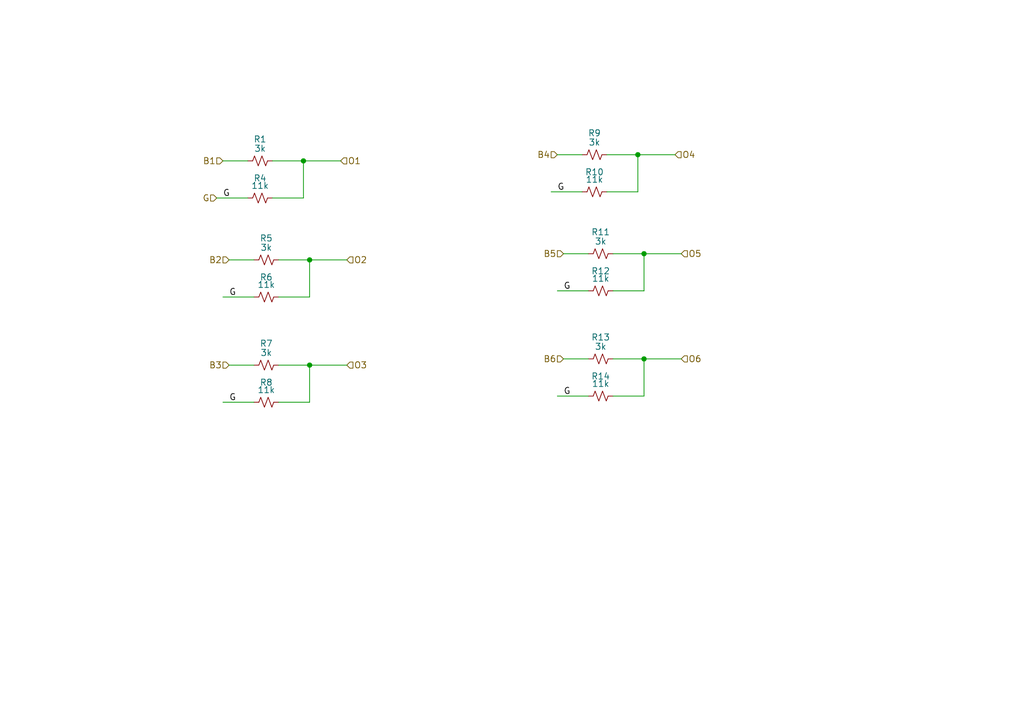
<source format=kicad_sch>
(kicad_sch (version 20231120) (generator "eeschema") (generator_version "8.0")
  (paper "A5")
  (lib_symbols
    (symbol "Device:R_Small_US" (pin_numbers hide) (pin_names (offset 0.254) hide)
      (property "Reference" "R" (at 0.762 0.508 0))
      (property "Value" "R_Small_US" (at 0.762 -1.016 0))
      (symbol "R_Small_US_1_1"
        (polyline (pts (xy 0 0) (xy 1.016 -0.381) (xy 0 -0.762) (xy -1.016 -1.143) (xy 0 -1.524)))
        (polyline (pts (xy 0 1.524) (xy 1.016 1.143) (xy 0 0.762) (xy -1.016 0.381) (xy 0 0)))
        (pin passive line (at 0 2.54 270) (length 1.016) (name "~") (number "1"))
        (pin passive line (at 0 -2.54 90) (length 1.016) (name "~") (number "2"))
      )
    )
  )
  (junction (at 130.81 31.75))
  (junction (at 63.5 74.93))
  (junction (at 132.08 73.66))
  (junction (at 132.08 52.07))
  (junction (at 62.23 33.02))
  (junction (at 63.5 53.34))
  (wire (pts (xy 132.08 52.07) (xy 132.08 59.69)))
  (wire (pts (xy 55.88 33.02) (xy 62.23 33.02)))
  (wire (pts (xy 57.15 60.96) (xy 63.5 60.96)))
  (wire (pts (xy 57.15 53.34) (xy 63.5 53.34)))
  (wire (pts (xy 63.5 74.93) (xy 71.12 74.93)))
  (wire (pts (xy 62.23 33.02) (xy 69.85 33.02)))
  (wire (pts (xy 125.73 81.28) (xy 132.08 81.28)))
  (wire (pts (xy 45.72 82.55) (xy 52.07 82.55)))
  (wire (pts (xy 124.46 39.37) (xy 130.81 39.37)))
  (wire (pts (xy 114.3 59.69) (xy 120.65 59.69)))
  (wire (pts (xy 115.57 73.66) (xy 120.65 73.66)))
  (wire (pts (xy 132.08 73.66) (xy 139.7 73.66)))
  (wire (pts (xy 125.73 52.07) (xy 132.08 52.07)))
  (wire (pts (xy 55.88 40.64) (xy 62.23 40.64)))
  (wire (pts (xy 45.72 60.96) (xy 52.07 60.96)))
  (wire (pts (xy 132.08 73.66) (xy 132.08 81.28)))
  (wire (pts (xy 45.72 33.02) (xy 50.8 33.02)))
  (wire (pts (xy 57.15 74.93) (xy 63.5 74.93)))
  (wire (pts (xy 130.81 31.75) (xy 130.81 39.37)))
  (wire (pts (xy 46.99 74.93) (xy 52.07 74.93)))
  (wire (pts (xy 115.57 52.07) (xy 120.65 52.07)))
  (wire (pts (xy 62.23 33.02) (xy 62.23 40.64)))
  (wire (pts (xy 124.46 31.75) (xy 130.81 31.75)))
  (wire (pts (xy 63.5 53.34) (xy 71.12 53.34)))
  (wire (pts (xy 130.81 31.75) (xy 138.43 31.75)))
  (wire (pts (xy 57.15 82.55) (xy 63.5 82.55)))
  (wire (pts (xy 46.99 53.34) (xy 52.07 53.34)))
  (wire (pts (xy 44.45 40.64) (xy 50.8 40.64)))
  (wire (pts (xy 63.5 53.34) (xy 63.5 60.96)))
  (wire (pts (xy 132.08 52.07) (xy 139.7 52.07)))
  (wire (pts (xy 63.5 74.93) (xy 63.5 82.55)))
  (wire (pts (xy 114.3 31.75) (xy 119.38 31.75)))
  (wire (pts (xy 114.3 81.28) (xy 120.65 81.28)))
  (wire (pts (xy 125.73 59.69) (xy 132.08 59.69)))
  (wire (pts (xy 113.03 39.37) (xy 119.38 39.37)))
  (wire (pts (xy 125.73 73.66) (xy 132.08 73.66)))
  (label "G" (at 45.72 40.64 0))
  (label "G" (at 115.57 59.69 0))
  (label "G" (at 114.3 39.37 0))
  (label "G" (at 46.99 60.96 0))
  (label "G" (at 46.99 82.55 0))
  (label "G" (at 115.57 81.28 0))
  (hierarchical_label "O4" (shape input) (at 138.43 31.75 0))
  (hierarchical_label "B6" (shape input) (at 115.57 73.66 180))
  (hierarchical_label "O6" (shape input) (at 139.7 73.66 0))
  (hierarchical_label "B4" (shape input) (at 114.3 31.75 180))
  (hierarchical_label "O3" (shape input) (at 71.12 74.93 0))
  (hierarchical_label "B1" (shape input) (at 45.72 33.02 180))
  (hierarchical_label "O1" (shape input) (at 69.85 33.02 0))
  (hierarchical_label "B2" (shape input) (at 46.99 53.34 180))
  (hierarchical_label "O2" (shape input) (at 71.12 53.34 0))
  (hierarchical_label "G" (shape input) (at 44.45 40.64 180))
  (hierarchical_label "B3" (shape input) (at 46.99 74.93 180))
  (hierarchical_label "B5" (shape input) (at 115.57 52.07 180))
  (hierarchical_label "O5" (shape input) (at 139.7 52.07 0))
  (symbol (lib_id "Device:R_Small_US") (at 53.34 40.64 90) (unit 1)
    (property "Reference" "R4" (at 53.34 36.576 90))
    (property "Value" "11k" (at 53.34 38.1 90))
    (property "Footprint" "Resistor_SMD:R_0402_1005Metric" (effects (hide yes)))
    (property "Description" "MFR.Part # ERJ2GEJ113X JLCPCB Part # C413005" (effects (hide yes)))
  )
  (symbol (lib_id "Device:R_Small_US") (at 53.34 33.02 90) (unit 1)
    (property "Reference" "R1" (at 53.34 28.575 90))
    (property "Value" "3k" (at 53.34 30.48 90))
    (property "Footprint" "Resistor_SMD:R_0402_1005Metric" (effects (hide yes)))
    (property "Description" "MFR.Part # ERJ2RKF3001X JLCPCB Part # C278590" (effects (hide yes)))
  )
  (symbol (lib_id "Device:R_Small_US") (at 121.92 39.37 90) (unit 1)
    (property "Reference" "R10" (at 121.92 35.306 90))
    (property "Value" "11k" (at 121.92 36.83 90))
    (property "Footprint" "Resistor_SMD:R_0402_1005Metric" (effects (hide yes)))
    (property "Description" "MFR.Part # ERJ2GEJ113X JLCPCB Part # C413005" (effects (hide yes)))
  )
  (symbol (lib_id "Device:R_Small_US") (at 123.19 52.07 90) (unit 1)
    (property "Reference" "R11" (at 123.19 47.625 90))
    (property "Value" "3k" (at 123.19 49.53 90))
    (property "Footprint" "Resistor_SMD:R_0402_1005Metric" (effects (hide yes)))
    (property "Description" "MFR.Part # ERJ2RKF3001X JLCPCB Part # C278590" (effects (hide yes)))
  )
  (symbol (lib_id "Device:R_Small_US") (at 54.61 60.96 90) (unit 1)
    (property "Reference" "R6" (at 54.61 56.896 90))
    (property "Value" "11k" (at 54.61 58.42 90))
    (property "Footprint" "Resistor_SMD:R_0402_1005Metric" (effects (hide yes)))
    (property "Description" "MFR.Part # ERJ2GEJ113X JLCPCB Part # C413005" (effects (hide yes)))
  )
  (symbol (lib_id "Device:R_Small_US") (at 121.92 31.75 90) (unit 1)
    (property "Reference" "R9" (at 121.92 27.305 90))
    (property "Value" "3k" (at 121.92 29.21 90))
    (property "Footprint" "Resistor_SMD:R_0402_1005Metric" (effects (hide yes)))
    (property "Description" "MFR.Part # ERJ2RKF3001X JLCPCB Part # C278590" (effects (hide yes)))
  )
  (symbol (lib_id "Device:R_Small_US") (at 54.61 53.34 90) (unit 1)
    (property "Reference" "R5" (at 54.61 48.895 90))
    (property "Value" "3k" (at 54.61 50.8 90))
    (property "Footprint" "Resistor_SMD:R_0402_1005Metric" (effects (hide yes)))
    (property "Description" "MFR.Part # ERJ2RKF3001X JLCPCB Part # C278590" (effects (hide yes)))
  )
  (symbol (lib_id "Device:R_Small_US") (at 123.19 73.66 90) (unit 1)
    (property "Reference" "R13" (at 123.19 69.215 90))
    (property "Value" "3k" (at 123.19 71.12 90))
    (property "Footprint" "Resistor_SMD:R_0402_1005Metric" (effects (hide yes)))
    (property "Description" "MFR.Part # ERJ2RKF3001X JLCPCB Part # C278590" (effects (hide yes)))
  )
  (symbol (lib_id "Device:R_Small_US") (at 123.19 81.28 90) (unit 1)
    (property "Reference" "R14" (at 123.19 77.216 90))
    (property "Value" "11k" (at 123.19 78.74 90))
    (property "Footprint" "Resistor_SMD:R_0402_1005Metric" (effects (hide yes)))
    (property "Description" "MFR.Part # ERJ2GEJ113X JLCPCB Part # C413005" (effects (hide yes)))
  )
  (symbol (lib_id "Device:R_Small_US") (at 123.19 59.69 90) (unit 1)
    (property "Reference" "R12" (at 123.19 55.626 90))
    (property "Value" "11k" (at 123.19 57.15 90))
    (property "Footprint" "Resistor_SMD:R_0402_1005Metric" (effects (hide yes)))
    (property "Description" "MFR.Part # ERJ2GEJ113X JLCPCB Part # C413005" (effects (hide yes)))
  )
  (symbol (lib_id "Device:R_Small_US") (at 54.61 82.55 90) (unit 1)
    (property "Reference" "R8" (at 54.61 78.486 90))
    (property "Value" "11k" (at 54.61 80.01 90))
    (property "Footprint" "Resistor_SMD:R_0402_1005Metric" (effects (hide yes)))
    (property "Description" "MFR.Part # ERJ2GEJ113X JLCPCB Part # C413005" (effects (hide yes)))
  )
  (symbol (lib_id "Device:R_Small_US") (at 54.61 74.93 90) (unit 1)
    (property "Reference" "R7" (at 54.61 70.485 90))
    (property "Value" "3k" (at 54.61 72.39 90))
    (property "Footprint" "Resistor_SMD:R_0402_1005Metric" (effects (hide yes)))
    (property "Description" "MFR.Part # ERJ2RKF3001X JLCPCB Part # C278590" (effects (hide yes)))
  )
)
</source>
